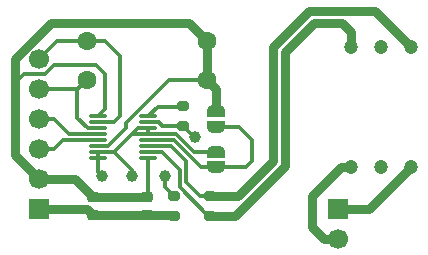
<source format=gbr>
%TF.GenerationSoftware,KiCad,Pcbnew,9.0.5*%
%TF.CreationDate,2025-12-15T00:22:42+09:00*%
%TF.ProjectId,ltc6820,6c746336-3832-4302-9e6b-696361645f70,rev?*%
%TF.SameCoordinates,Original*%
%TF.FileFunction,Copper,L1,Top*%
%TF.FilePolarity,Positive*%
%FSLAX46Y46*%
G04 Gerber Fmt 4.6, Leading zero omitted, Abs format (unit mm)*
G04 Created by KiCad (PCBNEW 9.0.5) date 2025-12-15 00:22:42*
%MOMM*%
%LPD*%
G01*
G04 APERTURE LIST*
G04 Aperture macros list*
%AMRoundRect*
0 Rectangle with rounded corners*
0 $1 Rounding radius*
0 $2 $3 $4 $5 $6 $7 $8 $9 X,Y pos of 4 corners*
0 Add a 4 corners polygon primitive as box body*
4,1,4,$2,$3,$4,$5,$6,$7,$8,$9,$2,$3,0*
0 Add four circle primitives for the rounded corners*
1,1,$1+$1,$2,$3*
1,1,$1+$1,$4,$5*
1,1,$1+$1,$6,$7*
1,1,$1+$1,$8,$9*
0 Add four rect primitives between the rounded corners*
20,1,$1+$1,$2,$3,$4,$5,0*
20,1,$1+$1,$4,$5,$6,$7,0*
20,1,$1+$1,$6,$7,$8,$9,0*
20,1,$1+$1,$8,$9,$2,$3,0*%
%AMFreePoly0*
4,1,23,0.500000,-0.750000,0.000000,-0.750000,0.000000,-0.745722,-0.065263,-0.745722,-0.191342,-0.711940,-0.304381,-0.646677,-0.396677,-0.554381,-0.461940,-0.441342,-0.495722,-0.315263,-0.495722,-0.250000,-0.500000,-0.250000,-0.500000,0.250000,-0.495722,0.250000,-0.495722,0.315263,-0.461940,0.441342,-0.396677,0.554381,-0.304381,0.646677,-0.191342,0.711940,-0.065263,0.745722,0.000000,0.745722,
0.000000,0.750000,0.500000,0.750000,0.500000,-0.750000,0.500000,-0.750000,$1*%
%AMFreePoly1*
4,1,23,0.000000,0.745722,0.065263,0.745722,0.191342,0.711940,0.304381,0.646677,0.396677,0.554381,0.461940,0.441342,0.495722,0.315263,0.495722,0.250000,0.500000,0.250000,0.500000,-0.250000,0.495722,-0.250000,0.495722,-0.315263,0.461940,-0.441342,0.396677,-0.554381,0.304381,-0.646677,0.191342,-0.711940,0.065263,-0.745722,0.000000,-0.745722,0.000000,-0.750000,-0.500000,-0.750000,
-0.500000,0.750000,0.000000,0.750000,0.000000,0.745722,0.000000,0.745722,$1*%
G04 Aperture macros list end*
%TA.AperFunction,SMDPad,CuDef*%
%ADD10RoundRect,0.075000X-0.650000X-0.075000X0.650000X-0.075000X0.650000X0.075000X-0.650000X0.075000X0*%
%TD*%
%TA.AperFunction,ComponentPad*%
%ADD11C,1.600000*%
%TD*%
%TA.AperFunction,SMDPad,CuDef*%
%ADD12RoundRect,0.200000X-0.275000X0.200000X-0.275000X-0.200000X0.275000X-0.200000X0.275000X0.200000X0*%
%TD*%
%TA.AperFunction,SMDPad,CuDef*%
%ADD13FreePoly0,270.000000*%
%TD*%
%TA.AperFunction,SMDPad,CuDef*%
%ADD14FreePoly1,270.000000*%
%TD*%
%TA.AperFunction,ComponentPad*%
%ADD15C,1.200000*%
%TD*%
%TA.AperFunction,SMDPad,CuDef*%
%ADD16RoundRect,0.225000X-0.250000X0.225000X-0.250000X-0.225000X0.250000X-0.225000X0.250000X0.225000X0*%
%TD*%
%TA.AperFunction,ComponentPad*%
%ADD17R,1.700000X1.700000*%
%TD*%
%TA.AperFunction,ComponentPad*%
%ADD18C,1.700000*%
%TD*%
%TA.AperFunction,ViaPad*%
%ADD19C,1.000000*%
%TD*%
%TA.AperFunction,Conductor*%
%ADD20C,0.300000*%
%TD*%
%TA.AperFunction,Conductor*%
%ADD21C,0.800000*%
%TD*%
G04 APERTURE END LIST*
D10*
%TO.P,U1,1,EN*%
%TO.N,+3V3*%
X69224000Y-53876000D03*
%TO.P,U1,2,MOSI*%
%TO.N,MOSI*%
X69224000Y-54376000D03*
%TO.P,U1,3,MISO*%
%TO.N,MISO*%
X69224000Y-54876000D03*
%TO.P,U1,4,SCK*%
%TO.N,SCK*%
X69224000Y-55376000D03*
%TO.P,U1,5,CS*%
%TO.N,CS*%
X69224000Y-55876000D03*
%TO.P,U1,6,VDDS*%
%TO.N,+3V3*%
X69224000Y-56376000D03*
%TO.P,U1,7,POL*%
%TO.N,GND*%
X69224000Y-56876000D03*
%TO.P,U1,8,PHA*%
X69224000Y-57376000D03*
%TO.P,U1,9,VDD*%
%TO.N,+3V3*%
X73524000Y-57376000D03*
%TO.P,U1,10,IM*%
%TO.N,Net-(U1-IM)*%
X73524000Y-56876000D03*
%TO.P,U1,11,IP*%
%TO.N,Net-(U1-IP)*%
X73524000Y-56376000D03*
%TO.P,U1,12,MSTR*%
%TO.N,MSTR*%
X73524000Y-55876000D03*
%TO.P,U1,13,SLOW*%
%TO.N,GND*%
X73524000Y-55376000D03*
%TO.P,U1,14,GND*%
X73524000Y-54876000D03*
%TO.P,U1,15,ICMP*%
%TO.N,Net-(U1-ICMP)*%
X73524000Y-54376000D03*
%TO.P,U1,16,IBIAS*%
%TO.N,Net-(U1-IBIAS)*%
X73524000Y-53876000D03*
%TD*%
D11*
%TO.P,R5,1*%
%TO.N,+3V3*%
X78486000Y-50800000D03*
%TO.P,R5,2*%
%TO.N,MISO*%
X68326000Y-50800000D03*
%TD*%
D12*
%TO.P,R3,1*%
%TO.N,Net-(U1-ICMP)*%
X75692000Y-60643000D03*
%TO.P,R3,2*%
%TO.N,GND*%
X75692000Y-62293000D03*
%TD*%
D13*
%TO.P,JP4,1,A*%
%TO.N,GND*%
X79248000Y-56896000D03*
D14*
%TO.P,JP4,2,B*%
%TO.N,MSTR*%
X79248000Y-58196000D03*
%TD*%
D15*
%TO.P,T1,1*%
%TO.N,Net-(U1-IP)*%
X95758000Y-48006000D03*
%TO.P,T1,2*%
%TO.N,unconnected-(T1-Pad2)*%
X93218000Y-48006000D03*
%TO.P,T1,3*%
%TO.N,Net-(U1-IM)*%
X90678000Y-48006000D03*
%TO.P,T1,4*%
%TO.N,IMM*%
X90678000Y-58166000D03*
%TO.P,T1,5*%
%TO.N,N/C*%
X93218000Y-58166000D03*
%TO.P,T1,6*%
%TO.N,IPP*%
X95758000Y-58166000D03*
%TD*%
D16*
%TO.P,C1,1*%
%TO.N,+3V3*%
X68834000Y-60693000D03*
%TO.P,C1,2*%
%TO.N,GND*%
X68834000Y-62243000D03*
%TD*%
D13*
%TO.P,JP3,1,A*%
%TO.N,+3V3*%
X79248000Y-53452000D03*
D14*
%TO.P,JP3,2,B*%
%TO.N,MSTR*%
X79248000Y-54752000D03*
%TD*%
D12*
%TO.P,R1,1*%
%TO.N,Net-(U1-IP)*%
X78740000Y-60643000D03*
%TO.P,R1,2*%
%TO.N,Net-(U1-IM)*%
X78740000Y-62293000D03*
%TD*%
D17*
%TO.P,J2,1,Pin_1*%
%TO.N,IPP*%
X89595000Y-61717000D03*
D18*
%TO.P,J2,2,Pin_2*%
%TO.N,IMM*%
X89595000Y-64257000D03*
%TD*%
D11*
%TO.P,R4,1*%
%TO.N,+3V3*%
X78486000Y-47498000D03*
%TO.P,R4,2*%
%TO.N,MOSI*%
X68326000Y-47498000D03*
%TD*%
D16*
%TO.P,C2,1*%
%TO.N,+3V3*%
X73406000Y-60693000D03*
%TO.P,C2,2*%
%TO.N,GND*%
X73406000Y-62243000D03*
%TD*%
D17*
%TO.P,J1,1,Pin_1*%
%TO.N,GND*%
X64262000Y-61722000D03*
D18*
%TO.P,J1,2,Pin_2*%
%TO.N,+3V3*%
X64262000Y-59182000D03*
%TO.P,J1,3,Pin_3*%
%TO.N,CS*%
X64262000Y-56642000D03*
%TO.P,J1,4,Pin_4*%
%TO.N,SCK*%
X64262000Y-54102000D03*
%TO.P,J1,5,Pin_5*%
%TO.N,MISO*%
X64262000Y-51562000D03*
%TO.P,J1,6,Pin_6*%
%TO.N,MOSI*%
X64262000Y-49022000D03*
%TD*%
D12*
%TO.P,R2,1*%
%TO.N,Net-(U1-IBIAS)*%
X76454000Y-53023000D03*
%TO.P,R2,2*%
%TO.N,Net-(U1-ICMP)*%
X76454000Y-54673000D03*
%TD*%
D19*
%TO.N,GND*%
X69596000Y-58928000D03*
X72136000Y-58928000D03*
%TO.N,Net-(U1-ICMP)*%
X77470000Y-55626000D03*
X74930000Y-58928000D03*
%TD*%
D20*
%TO.N,GND*%
X73524000Y-54876000D02*
X73524000Y-55376000D01*
X72632000Y-54876000D02*
X72132000Y-55376000D01*
X73524000Y-54876000D02*
X72632000Y-54876000D01*
D21*
X68834000Y-62243000D02*
X73406000Y-62243000D01*
X75642000Y-62243000D02*
X75692000Y-62293000D01*
D20*
X70612000Y-56896000D02*
X72132000Y-55376000D01*
X69224000Y-57376000D02*
X69224000Y-58556000D01*
D21*
X68313000Y-61722000D02*
X68834000Y-62243000D01*
D20*
X69224000Y-56876000D02*
X69224000Y-57376000D01*
X73524000Y-55376000D02*
X75897226Y-55376000D01*
X69224000Y-56876000D02*
X70592000Y-56876000D01*
D21*
X73406000Y-62243000D02*
X75642000Y-62243000D01*
D20*
X70592000Y-56876000D02*
X70612000Y-56896000D01*
X77417226Y-56896000D02*
X79248000Y-56896000D01*
X69224000Y-58556000D02*
X69596000Y-58928000D01*
X75897226Y-55376000D02*
X77417226Y-56896000D01*
D21*
X64262000Y-61722000D02*
X68313000Y-61722000D01*
D20*
X72132000Y-55376000D02*
X73524000Y-55376000D01*
X70592000Y-56876000D02*
X72136000Y-58420000D01*
X72136000Y-58420000D02*
X72136000Y-58928000D01*
%TO.N,+3V3*%
X62992000Y-50292000D02*
X62230000Y-51054000D01*
D21*
X64262000Y-59182000D02*
X67323000Y-59182000D01*
D20*
X69088000Y-49530000D02*
X65532000Y-49530000D01*
D21*
X78486000Y-50800000D02*
X78486000Y-47498000D01*
X64262000Y-59182000D02*
X62230000Y-57150000D01*
D20*
X73524000Y-57376000D02*
X73524000Y-60575000D01*
D21*
X76962000Y-45974000D02*
X65257976Y-45974000D01*
D20*
X71628000Y-54442466D02*
X75270466Y-50800000D01*
X69224000Y-56376000D02*
X70116000Y-56376000D01*
D21*
X65257976Y-45974000D02*
X62230000Y-49001976D01*
D20*
X65532000Y-49530000D02*
X64770000Y-50292000D01*
X62230000Y-51054000D02*
X62230000Y-57150000D01*
D21*
X78486000Y-50800000D02*
X79248000Y-51562000D01*
D20*
X69850000Y-53250000D02*
X69850000Y-50292000D01*
X71628000Y-54864000D02*
X71628000Y-54442466D01*
X73524000Y-60575000D02*
X73406000Y-60693000D01*
D21*
X67323000Y-59182000D02*
X68834000Y-60693000D01*
D20*
X69850000Y-50292000D02*
X69088000Y-49530000D01*
X75270466Y-50800000D02*
X78486000Y-50800000D01*
X69224000Y-53876000D02*
X69850000Y-53250000D01*
D21*
X68834000Y-60693000D02*
X73406000Y-60693000D01*
X62230000Y-49001976D02*
X62230000Y-57150000D01*
X78486000Y-47498000D02*
X76962000Y-45974000D01*
D20*
X64770000Y-50292000D02*
X62992000Y-50292000D01*
X70116000Y-56376000D02*
X71628000Y-54864000D01*
D21*
X79248000Y-51562000D02*
X79248000Y-53452000D01*
D20*
%TO.N,SCK*%
X66806000Y-55376000D02*
X65532000Y-54102000D01*
X65532000Y-54102000D02*
X64262000Y-54102000D01*
X69224000Y-55376000D02*
X66806000Y-55376000D01*
%TO.N,MISO*%
X67526001Y-54007535D02*
X68394466Y-54876000D01*
X67526001Y-51599999D02*
X67526001Y-54007535D01*
X64262000Y-51562000D02*
X67564000Y-51562000D01*
X67564000Y-51562000D02*
X68326000Y-50800000D01*
X68326000Y-50800000D02*
X67526001Y-51599999D01*
X68394466Y-54876000D02*
X69224000Y-54876000D01*
%TO.N,MOSI*%
X64262000Y-49022000D02*
X65786000Y-47498000D01*
X70592000Y-54376000D02*
X71120000Y-53848000D01*
X69224000Y-54376000D02*
X70592000Y-54376000D01*
X71120000Y-48768000D02*
X69850000Y-47498000D01*
X71120000Y-53848000D02*
X71120000Y-48768000D01*
X65786000Y-47498000D02*
X68326000Y-47498000D01*
X69850000Y-47498000D02*
X68326000Y-47498000D01*
%TO.N,CS*%
X65532000Y-56642000D02*
X64262000Y-56642000D01*
X66298000Y-55876000D02*
X65532000Y-56642000D01*
X69224000Y-55876000D02*
X66298000Y-55876000D01*
D21*
%TO.N,IPP*%
X92207000Y-61717000D02*
X89595000Y-61717000D01*
X95758000Y-58166000D02*
X92207000Y-61717000D01*
%TO.N,IMM*%
X89829472Y-58166000D02*
X87376000Y-60619472D01*
X88392919Y-64257000D02*
X89595000Y-64257000D01*
X87376000Y-63240081D02*
X88392919Y-64257000D01*
X90678000Y-58166000D02*
X89829472Y-58166000D01*
X87376000Y-60619472D02*
X87376000Y-63240081D01*
D20*
%TO.N,MSTR*%
X75688000Y-55876000D02*
X78008000Y-58196000D01*
X78008000Y-58196000D02*
X79248000Y-58196000D01*
X82296000Y-57658000D02*
X82296000Y-55880000D01*
X79248000Y-58196000D02*
X81758000Y-58196000D01*
X82296000Y-55880000D02*
X81168000Y-54752000D01*
X81758000Y-58196000D02*
X82296000Y-57658000D01*
X73524000Y-55876000D02*
X75688000Y-55876000D01*
X81168000Y-54752000D02*
X79248000Y-54752000D01*
%TO.N,Net-(U1-IP)*%
X76708000Y-57658000D02*
X76708000Y-59436000D01*
D21*
X84074000Y-48006000D02*
X84074000Y-57658000D01*
X84074000Y-57658000D02*
X81089000Y-60643000D01*
X81089000Y-60643000D02*
X78740000Y-60643000D01*
X95758000Y-48006000D02*
X92710000Y-44958000D01*
D20*
X73524000Y-56376000D02*
X75426000Y-56376000D01*
D21*
X92710000Y-44958000D02*
X87122000Y-44958000D01*
X87122000Y-44958000D02*
X84074000Y-48006000D01*
D20*
X77915000Y-60643000D02*
X78740000Y-60643000D01*
X76708000Y-59436000D02*
X77915000Y-60643000D01*
X75426000Y-56376000D02*
X76708000Y-57658000D01*
%TO.N,Net-(U1-IM)*%
X78601774Y-62293000D02*
X78740000Y-62293000D01*
X76207000Y-59898226D02*
X78601774Y-62293000D01*
D21*
X85090000Y-48405628D02*
X85090000Y-58057628D01*
X80854628Y-62293000D02*
X78740000Y-62293000D01*
X90678000Y-48006000D02*
X90678000Y-46736000D01*
X90678000Y-46736000D02*
X89901000Y-45959000D01*
D20*
X76207000Y-58427000D02*
X76207000Y-59898226D01*
X74656000Y-56876000D02*
X76207000Y-58427000D01*
D21*
X85090000Y-58057628D02*
X80854628Y-62293000D01*
X87536628Y-45959000D02*
X85090000Y-48405628D01*
X89901000Y-45959000D02*
X87536628Y-45959000D01*
D20*
X73524000Y-56876000D02*
X74656000Y-56876000D01*
%TO.N,Net-(U1-ICMP)*%
X73524000Y-54376000D02*
X74402000Y-54376000D01*
X77407000Y-55626000D02*
X76454000Y-54673000D01*
X74699000Y-54673000D02*
X76454000Y-54673000D01*
X74402000Y-54376000D02*
X74699000Y-54673000D01*
X74930000Y-58928000D02*
X74930000Y-59881000D01*
X74930000Y-59881000D02*
X75692000Y-60643000D01*
X77470000Y-55626000D02*
X77407000Y-55626000D01*
%TO.N,Net-(U1-IBIAS)*%
X76391000Y-53086000D02*
X76454000Y-53023000D01*
X73524000Y-53876000D02*
X74314000Y-53086000D01*
X74314000Y-53086000D02*
X76391000Y-53086000D01*
%TD*%
M02*

</source>
